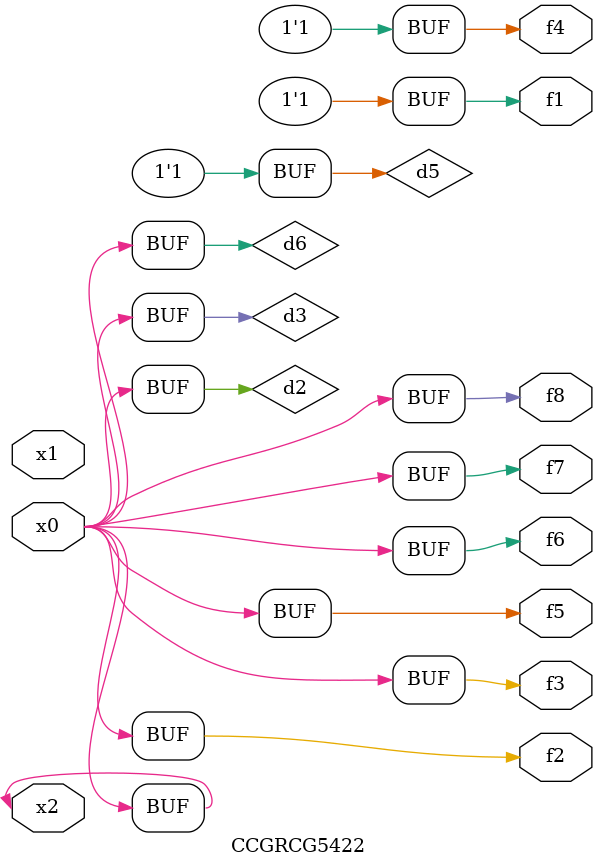
<source format=v>
module CCGRCG5422(
	input x0, x1, x2,
	output f1, f2, f3, f4, f5, f6, f7, f8
);

	wire d1, d2, d3, d4, d5, d6;

	xnor (d1, x2);
	buf (d2, x0, x2);
	and (d3, x0);
	xnor (d4, x1, x2);
	nand (d5, d1, d3);
	buf (d6, d2, d3);
	assign f1 = d5;
	assign f2 = d6;
	assign f3 = d6;
	assign f4 = d5;
	assign f5 = d6;
	assign f6 = d6;
	assign f7 = d6;
	assign f8 = d6;
endmodule

</source>
